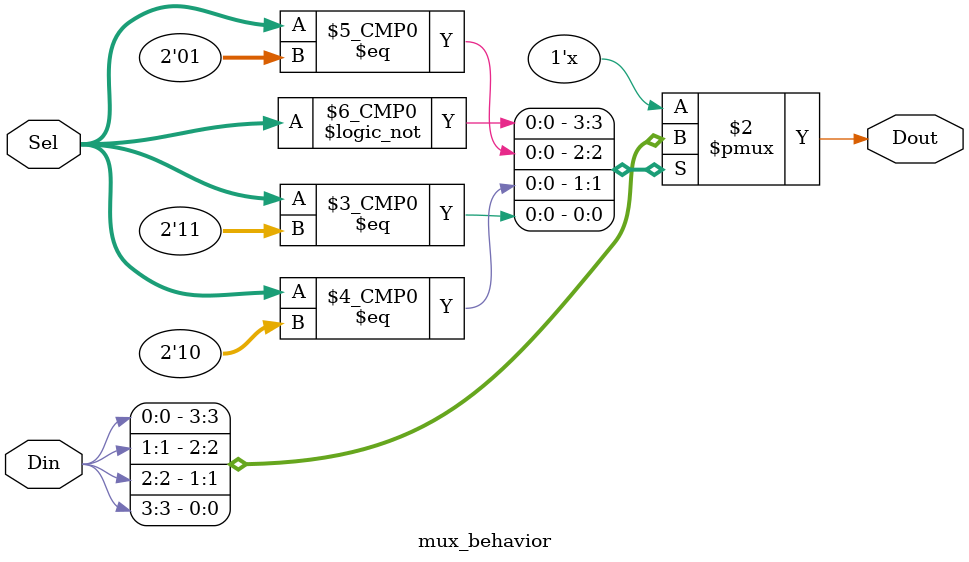
<source format=v>
module mux_behavior(Dout, Din, Sel);
//Port Declarations start
      input  [3:0]Din; //4 input pins
      input  [1:0]Sel; //2 select lines
      output Dout; // 1 output pin
      reg Dout; //we need to store data during behavioral description
//Port Declarations end

      always@(Din, Sel)
      begin
            case(Sel)
                2'b00 : Dout=Din[0];
                2'b01 : Dout=Din[1];
                2'b10 : Dout=Din[2];
                2'b11 : Dout=Din[3];
            endcase
      end
endmodule 
// End of Program

</source>
